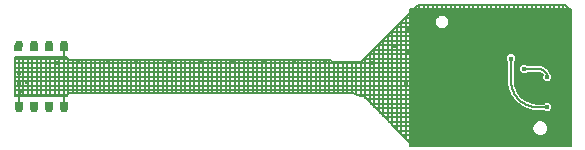
<source format=gbl>
G75*
%MOIN*%
%OFA0B0*%
%FSLAX25Y25*%
%IPPOS*%
%LPD*%
%AMOC8*
5,1,8,0,0,1.08239X$1,22.5*
%
%ADD10R,0.02992X0.02000*%
%ADD11C,0.03012*%
%ADD12C,0.01587*%
%ADD13C,0.00600*%
D10*
X0057469Y0056661D03*
X0062469Y0056661D03*
X0067469Y0056742D03*
X0072469Y0056661D03*
X0072469Y0075539D03*
X0067469Y0075539D03*
X0062469Y0075539D03*
X0057430Y0075539D03*
D11*
X0057476Y0055667D03*
X0062476Y0055667D03*
X0067476Y0055667D03*
X0072476Y0055667D03*
X0072476Y0076533D03*
X0067476Y0076533D03*
X0062476Y0076533D03*
X0057476Y0076533D03*
D12*
X0070750Y0070700D03*
X0077250Y0071100D03*
X0087250Y0071100D03*
X0096750Y0071100D03*
X0107750Y0071100D03*
X0118250Y0071100D03*
X0128750Y0071100D03*
X0139150Y0071100D03*
X0149250Y0071100D03*
X0159550Y0071100D03*
X0175250Y0070700D03*
X0182750Y0076200D03*
X0188250Y0075200D03*
X0192250Y0079200D03*
X0195750Y0075700D03*
X0203250Y0074500D03*
X0207250Y0079200D03*
X0212950Y0074600D03*
X0218850Y0074700D03*
X0221650Y0072100D03*
X0226650Y0071900D03*
X0225950Y0068600D03*
X0223550Y0066200D03*
X0218250Y0065700D03*
X0207250Y0066200D03*
X0198750Y0066200D03*
X0186550Y0063800D03*
X0198750Y0055700D03*
X0207250Y0055200D03*
X0215250Y0055300D03*
X0222750Y0054200D03*
X0233750Y0055900D03*
X0231250Y0062200D03*
X0233750Y0065900D03*
X0230250Y0079200D03*
X0221250Y0079200D03*
X0187750Y0081700D03*
X0060250Y0064200D03*
X0057750Y0063700D03*
X0057750Y0067200D03*
D13*
X0056250Y0067600D02*
X0220450Y0067600D01*
X0220450Y0067503D02*
X0188050Y0067503D01*
X0188050Y0066905D02*
X0220450Y0066905D01*
X0220450Y0066306D02*
X0188050Y0066306D01*
X0188050Y0065708D02*
X0220450Y0065708D01*
X0220450Y0066100D02*
X0056250Y0066100D01*
X0056250Y0064600D02*
X0220450Y0064600D01*
X0220450Y0064511D02*
X0188050Y0064511D01*
X0188050Y0065109D02*
X0220450Y0065109D01*
X0220450Y0063912D02*
X0188050Y0063912D01*
X0188050Y0063314D02*
X0220450Y0063314D01*
X0220450Y0063116D02*
X0221429Y0060104D01*
X0221429Y0060103D01*
X0223291Y0057541D01*
X0225853Y0055679D01*
X0225854Y0055679D01*
X0228866Y0054700D01*
X0232555Y0054700D01*
X0233048Y0054206D01*
X0234452Y0054206D01*
X0235444Y0055198D01*
X0235444Y0056602D01*
X0234452Y0057594D01*
X0233048Y0057594D01*
X0232555Y0057100D01*
X0230450Y0057100D01*
X0229261Y0057194D01*
X0227000Y0057928D01*
X0225076Y0059326D01*
X0223678Y0061250D01*
X0222944Y0063511D01*
X0222850Y0064700D01*
X0222850Y0070905D01*
X0223344Y0071398D01*
X0223344Y0072802D01*
X0222352Y0073794D01*
X0220948Y0073794D01*
X0219956Y0072802D01*
X0219956Y0071398D01*
X0220450Y0070905D01*
X0220450Y0063116D01*
X0221429Y0060104D01*
X0223291Y0057541D01*
X0223291Y0057541D01*
X0223291Y0057541D01*
X0223291Y0057541D01*
X0225853Y0055679D01*
X0225854Y0055679D01*
X0228866Y0054700D01*
X0232555Y0054700D01*
X0233048Y0054206D01*
X0234452Y0054206D01*
X0235444Y0055198D01*
X0235444Y0056602D01*
X0234452Y0057594D01*
X0233048Y0057594D01*
X0232555Y0057100D01*
X0230450Y0057100D01*
X0229261Y0057194D01*
X0227000Y0057928D01*
X0225076Y0059326D01*
X0223678Y0061250D01*
X0222944Y0063511D01*
X0222850Y0064700D01*
X0222850Y0070905D01*
X0223344Y0071398D01*
X0223344Y0072802D01*
X0222352Y0073794D01*
X0220948Y0073794D01*
X0219956Y0072802D01*
X0219956Y0071398D01*
X0220450Y0070905D01*
X0220450Y0063116D01*
X0220455Y0063100D02*
X0056250Y0063100D01*
X0056250Y0061600D02*
X0220943Y0061600D01*
X0220969Y0061518D02*
X0188050Y0061518D01*
X0188050Y0060920D02*
X0221164Y0060920D01*
X0221050Y0061270D02*
X0221050Y0043100D01*
X0219550Y0043100D02*
X0219550Y0090100D01*
X0218050Y0090100D02*
X0218050Y0043100D01*
X0216550Y0043100D02*
X0216550Y0090100D01*
X0215050Y0090100D02*
X0215050Y0043100D01*
X0213550Y0043100D02*
X0213550Y0090100D01*
X0212050Y0090100D02*
X0212050Y0043100D01*
X0210550Y0043100D02*
X0210550Y0090100D01*
X0209050Y0090100D02*
X0209050Y0043100D01*
X0207550Y0043100D02*
X0207550Y0090100D01*
X0206050Y0090100D02*
X0206050Y0043100D01*
X0204550Y0043100D02*
X0204550Y0090100D01*
X0203050Y0090100D02*
X0203050Y0043100D01*
X0201550Y0043100D02*
X0201550Y0090100D01*
X0200050Y0090100D02*
X0200050Y0086190D01*
X0200183Y0086057D02*
X0241550Y0086057D01*
X0241550Y0085600D02*
X0200640Y0085600D01*
X0200781Y0085459D02*
X0241550Y0085459D01*
X0241550Y0084860D02*
X0200989Y0084860D01*
X0200989Y0085251D02*
X0199655Y0086585D01*
X0197768Y0086585D01*
X0196433Y0085251D01*
X0196433Y0083364D01*
X0197768Y0082029D01*
X0199655Y0082029D01*
X0200989Y0083364D01*
X0200989Y0085251D01*
X0199655Y0086585D01*
X0197768Y0086585D01*
X0196433Y0085251D01*
X0196433Y0083364D01*
X0197768Y0082029D01*
X0199655Y0082029D01*
X0200989Y0083364D01*
X0200989Y0085251D01*
X0200989Y0084262D02*
X0241550Y0084262D01*
X0241550Y0084100D02*
X0200989Y0084100D01*
X0200989Y0083663D02*
X0241550Y0083663D01*
X0241550Y0083065D02*
X0200690Y0083065D01*
X0200226Y0082600D02*
X0241550Y0082600D01*
X0241550Y0082466D02*
X0200092Y0082466D01*
X0200050Y0082424D02*
X0200050Y0043100D01*
X0198550Y0043100D02*
X0198550Y0082029D01*
X0197331Y0082466D02*
X0188050Y0082466D01*
X0188050Y0081868D02*
X0241550Y0081868D01*
X0241550Y0081269D02*
X0188050Y0081269D01*
X0188050Y0080670D02*
X0241550Y0080670D01*
X0241550Y0081100D02*
X0181550Y0081100D01*
X0182050Y0081600D02*
X0182050Y0050100D01*
X0182550Y0049600D02*
X0228798Y0049600D01*
X0228776Y0049548D02*
X0188050Y0049548D01*
X0188050Y0050146D02*
X0229024Y0050146D01*
X0229124Y0050387D02*
X0228717Y0049405D01*
X0228717Y0048343D01*
X0229124Y0047361D01*
X0229875Y0046609D01*
X0230857Y0046202D01*
X0231920Y0046202D01*
X0232902Y0046609D01*
X0233653Y0047361D01*
X0234060Y0048343D01*
X0234060Y0049405D01*
X0233653Y0050387D01*
X0232902Y0051139D01*
X0231920Y0051546D01*
X0230857Y0051546D01*
X0229875Y0051139D01*
X0229124Y0050387D01*
X0228717Y0049405D01*
X0228717Y0048343D01*
X0229124Y0047361D01*
X0229875Y0046609D01*
X0230857Y0046202D01*
X0231920Y0046202D01*
X0232902Y0046609D01*
X0233653Y0047361D01*
X0234060Y0048343D01*
X0234060Y0049405D01*
X0233653Y0050387D01*
X0232902Y0051139D01*
X0231920Y0051546D01*
X0230857Y0051546D01*
X0229875Y0051139D01*
X0229124Y0050387D01*
X0229481Y0050745D02*
X0188050Y0050745D01*
X0188050Y0051343D02*
X0230369Y0051343D01*
X0230050Y0051211D02*
X0230050Y0054700D01*
X0230450Y0055900D02*
X0233750Y0055900D01*
X0234945Y0057100D02*
X0241550Y0057100D01*
X0241550Y0057329D02*
X0234717Y0057329D01*
X0234550Y0057495D02*
X0234550Y0064305D01*
X0234452Y0064206D02*
X0235444Y0065198D01*
X0235444Y0066602D01*
X0234745Y0067300D01*
X0233905Y0068755D01*
X0233905Y0068755D01*
X0233905Y0068755D01*
X0233905Y0068755D01*
X0233905Y0068755D01*
X0232095Y0069800D01*
X0227145Y0069800D01*
X0226652Y0070294D01*
X0225248Y0070294D01*
X0224256Y0069302D01*
X0224256Y0067898D01*
X0225248Y0066906D01*
X0226652Y0066906D01*
X0227145Y0067400D01*
X0231050Y0067400D01*
X0231438Y0067349D01*
X0232111Y0066961D01*
X0232222Y0066767D01*
X0232056Y0066602D01*
X0232056Y0065198D01*
X0233048Y0064206D01*
X0234452Y0064206D01*
X0235444Y0065198D01*
X0235444Y0066602D01*
X0234745Y0067300D01*
X0233905Y0068755D01*
X0232095Y0069800D01*
X0227145Y0069800D01*
X0226652Y0070294D01*
X0225248Y0070294D01*
X0224256Y0069302D01*
X0224256Y0067898D01*
X0225248Y0066906D01*
X0226652Y0066906D01*
X0227145Y0067400D01*
X0231050Y0067400D01*
X0231438Y0067349D01*
X0232111Y0066961D01*
X0232222Y0066767D01*
X0232056Y0066602D01*
X0232056Y0065198D01*
X0233048Y0064206D01*
X0234452Y0064206D01*
X0234756Y0064511D02*
X0241550Y0064511D01*
X0241550Y0064600D02*
X0234845Y0064600D01*
X0235354Y0065109D02*
X0241550Y0065109D01*
X0241550Y0065708D02*
X0235444Y0065708D01*
X0235444Y0066100D02*
X0241550Y0066100D01*
X0241550Y0066306D02*
X0235444Y0066306D01*
X0235141Y0066905D02*
X0241550Y0066905D01*
X0241550Y0067503D02*
X0234628Y0067503D01*
X0234572Y0067600D02*
X0241550Y0067600D01*
X0241550Y0068102D02*
X0234282Y0068102D01*
X0234550Y0067638D02*
X0234550Y0090100D01*
X0233050Y0090100D02*
X0233050Y0069249D01*
X0232963Y0069299D02*
X0241550Y0069299D01*
X0241550Y0069100D02*
X0233307Y0069100D01*
X0233937Y0068700D02*
X0241550Y0068700D01*
X0241550Y0069897D02*
X0227048Y0069897D01*
X0227050Y0069895D02*
X0227050Y0090100D01*
X0225550Y0090100D02*
X0225550Y0070294D01*
X0224852Y0069897D02*
X0222850Y0069897D01*
X0222850Y0069299D02*
X0224256Y0069299D01*
X0224256Y0069100D02*
X0222850Y0069100D01*
X0222850Y0068700D02*
X0224256Y0068700D01*
X0224256Y0068102D02*
X0222850Y0068102D01*
X0222850Y0067600D02*
X0224555Y0067600D01*
X0224652Y0067503D02*
X0222850Y0067503D01*
X0222850Y0066905D02*
X0232143Y0066905D01*
X0232056Y0066306D02*
X0222850Y0066306D01*
X0222850Y0066100D02*
X0232056Y0066100D01*
X0232056Y0065708D02*
X0222850Y0065708D01*
X0222850Y0065109D02*
X0232146Y0065109D01*
X0232655Y0064600D02*
X0222858Y0064600D01*
X0222865Y0064511D02*
X0232744Y0064511D01*
X0233050Y0064206D02*
X0233050Y0057594D01*
X0232783Y0057329D02*
X0228846Y0057329D01*
X0228550Y0057425D02*
X0228550Y0067400D01*
X0230050Y0067400D02*
X0230050Y0057131D01*
X0230450Y0057100D02*
X0232555Y0057100D01*
X0231550Y0057100D02*
X0231550Y0067284D01*
X0231050Y0068600D02*
X0225950Y0068600D01*
X0227050Y0067305D02*
X0227050Y0057912D01*
X0227004Y0057927D02*
X0241550Y0057927D01*
X0241550Y0058526D02*
X0226178Y0058526D01*
X0226075Y0058600D02*
X0241550Y0058600D01*
X0241550Y0059124D02*
X0225354Y0059124D01*
X0225550Y0058982D02*
X0225550Y0066906D01*
X0228550Y0069800D02*
X0228550Y0090100D01*
X0230050Y0090100D02*
X0230050Y0069800D01*
X0231550Y0069800D02*
X0231550Y0090100D01*
X0236050Y0090100D02*
X0236050Y0043100D01*
X0234550Y0043100D02*
X0234550Y0054305D01*
X0234581Y0054336D02*
X0241550Y0054336D01*
X0241550Y0054100D02*
X0178050Y0054100D01*
X0177550Y0054600D02*
X0177550Y0077100D01*
X0177050Y0076600D02*
X0241550Y0076600D01*
X0241550Y0076481D02*
X0188050Y0076481D01*
X0188050Y0077079D02*
X0241550Y0077079D01*
X0241550Y0077678D02*
X0188050Y0077678D01*
X0188050Y0078276D02*
X0241550Y0078276D01*
X0241550Y0078100D02*
X0178550Y0078100D01*
X0179050Y0078600D02*
X0179050Y0053100D01*
X0179550Y0052600D02*
X0241550Y0052600D01*
X0241550Y0052540D02*
X0188050Y0052540D01*
X0188050Y0051942D02*
X0241550Y0051942D01*
X0241550Y0051343D02*
X0232408Y0051343D01*
X0232941Y0051100D02*
X0241550Y0051100D01*
X0241550Y0050745D02*
X0233296Y0050745D01*
X0233050Y0050991D02*
X0233050Y0054206D01*
X0232919Y0054336D02*
X0188050Y0054336D01*
X0188050Y0054934D02*
X0228144Y0054934D01*
X0228550Y0054803D02*
X0228550Y0043100D01*
X0227050Y0043100D02*
X0227050Y0055290D01*
X0226302Y0055533D02*
X0188050Y0055533D01*
X0188050Y0056132D02*
X0225230Y0056132D01*
X0225550Y0055899D02*
X0225550Y0043100D01*
X0224050Y0043100D02*
X0224050Y0056989D01*
X0223897Y0057100D02*
X0175050Y0057100D01*
X0174550Y0057600D02*
X0174550Y0074100D01*
X0174050Y0073600D02*
X0220755Y0073600D01*
X0220643Y0073488D02*
X0188050Y0073488D01*
X0188050Y0072890D02*
X0220045Y0072890D01*
X0219956Y0072291D02*
X0188050Y0072291D01*
X0188050Y0071693D02*
X0219956Y0071693D01*
X0219956Y0072100D02*
X0172550Y0072100D01*
X0173050Y0072600D02*
X0173050Y0059100D01*
X0173550Y0058600D02*
X0222521Y0058600D01*
X0222550Y0058560D02*
X0222550Y0043100D01*
X0230050Y0043100D02*
X0230050Y0046537D01*
X0230005Y0046555D02*
X0188050Y0046555D01*
X0188050Y0045957D02*
X0241550Y0045957D01*
X0241550Y0046555D02*
X0232772Y0046555D01*
X0232880Y0046600D02*
X0241550Y0046600D01*
X0241550Y0047154D02*
X0233447Y0047154D01*
X0233050Y0046757D02*
X0233050Y0043100D01*
X0231550Y0043100D02*
X0231550Y0046202D01*
X0229897Y0046600D02*
X0185550Y0046600D01*
X0185050Y0047100D02*
X0185050Y0084600D01*
X0184550Y0084100D02*
X0196433Y0084100D01*
X0196433Y0084262D02*
X0188050Y0084262D01*
X0188050Y0084860D02*
X0196433Y0084860D01*
X0196641Y0085459D02*
X0188050Y0085459D01*
X0188050Y0086057D02*
X0197240Y0086057D01*
X0197050Y0085867D02*
X0197050Y0090100D01*
X0195550Y0090100D02*
X0195550Y0043100D01*
X0194050Y0043100D02*
X0194050Y0090100D01*
X0192550Y0090100D02*
X0192550Y0043100D01*
X0191050Y0043100D02*
X0191050Y0090100D01*
X0190550Y0090100D02*
X0239550Y0090100D01*
X0241550Y0088100D01*
X0241550Y0043100D01*
X0188088Y0043100D01*
X0188050Y0043130D01*
X0188050Y0088600D01*
X0241550Y0088600D01*
X0241550Y0043100D01*
X0189050Y0043100D01*
X0172550Y0059600D01*
X0171460Y0059600D01*
X0171409Y0059649D01*
X0168811Y0060698D01*
X0168811Y0060698D01*
X0167432Y0060698D01*
X0074238Y0060698D01*
X0073535Y0059995D01*
X0073535Y0059600D01*
X0056250Y0059600D01*
X0056250Y0072600D01*
X0073535Y0072600D01*
X0073535Y0072386D01*
X0074238Y0071683D01*
X0161467Y0071683D01*
X0162050Y0071100D01*
X0171550Y0071100D01*
X0171550Y0059600D01*
X0171409Y0059649D02*
X0171409Y0059649D01*
X0170291Y0060100D02*
X0221431Y0060100D01*
X0221358Y0060321D02*
X0188050Y0060321D01*
X0188050Y0059723D02*
X0221706Y0059723D01*
X0222140Y0059124D02*
X0188050Y0059124D01*
X0188050Y0058526D02*
X0222575Y0058526D01*
X0223010Y0057927D02*
X0188050Y0057927D01*
X0188050Y0057329D02*
X0223583Y0057329D01*
X0224407Y0056730D02*
X0188050Y0056730D01*
X0188050Y0053737D02*
X0241550Y0053737D01*
X0241550Y0053139D02*
X0188050Y0053139D01*
X0181050Y0051100D02*
X0229836Y0051100D01*
X0231550Y0051546D02*
X0231550Y0054700D01*
X0235180Y0054934D02*
X0241550Y0054934D01*
X0241550Y0055533D02*
X0235444Y0055533D01*
X0235444Y0055600D02*
X0241550Y0055600D01*
X0241550Y0056132D02*
X0235444Y0056132D01*
X0235315Y0056730D02*
X0241550Y0056730D01*
X0241550Y0059723D02*
X0224788Y0059723D01*
X0224514Y0060100D02*
X0241550Y0060100D01*
X0241550Y0060321D02*
X0224353Y0060321D01*
X0224050Y0060738D02*
X0224050Y0090100D01*
X0222550Y0090100D02*
X0222550Y0073595D01*
X0222545Y0073600D02*
X0241550Y0073600D01*
X0241550Y0073488D02*
X0222657Y0073488D01*
X0223255Y0072890D02*
X0241550Y0072890D01*
X0241550Y0072291D02*
X0223344Y0072291D01*
X0223344Y0072100D02*
X0241550Y0072100D01*
X0241550Y0071693D02*
X0223344Y0071693D01*
X0223040Y0071094D02*
X0241550Y0071094D01*
X0241550Y0070600D02*
X0222850Y0070600D01*
X0222850Y0070496D02*
X0241550Y0070496D01*
X0241550Y0074087D02*
X0188050Y0074087D01*
X0188050Y0074685D02*
X0241550Y0074685D01*
X0241550Y0075100D02*
X0175550Y0075100D01*
X0176050Y0075600D02*
X0176050Y0056100D01*
X0176550Y0055600D02*
X0226096Y0055600D01*
X0223918Y0060920D02*
X0241550Y0060920D01*
X0241550Y0061518D02*
X0223591Y0061518D01*
X0223565Y0061600D02*
X0241550Y0061600D01*
X0241550Y0062117D02*
X0223397Y0062117D01*
X0223202Y0062715D02*
X0241550Y0062715D01*
X0241550Y0063100D02*
X0223077Y0063100D01*
X0223008Y0063314D02*
X0241550Y0063314D01*
X0241550Y0063912D02*
X0222912Y0063912D01*
X0221650Y0064700D02*
X0221650Y0072100D01*
X0220260Y0071094D02*
X0188050Y0071094D01*
X0188050Y0070496D02*
X0220450Y0070496D01*
X0220450Y0070600D02*
X0056250Y0070600D01*
X0056250Y0069100D02*
X0220450Y0069100D01*
X0220450Y0069299D02*
X0188050Y0069299D01*
X0188050Y0069897D02*
X0220450Y0069897D01*
X0220450Y0068700D02*
X0188050Y0068700D01*
X0188050Y0068102D02*
X0220450Y0068102D01*
X0220580Y0062715D02*
X0188050Y0062715D01*
X0188050Y0062117D02*
X0220775Y0062117D01*
X0221650Y0064700D02*
X0221653Y0064487D01*
X0221660Y0064275D01*
X0221673Y0064063D01*
X0221691Y0063851D01*
X0221714Y0063639D01*
X0221742Y0063428D01*
X0221776Y0063218D01*
X0221814Y0063009D01*
X0221857Y0062801D01*
X0221906Y0062594D01*
X0221959Y0062388D01*
X0222017Y0062184D01*
X0222081Y0061981D01*
X0222149Y0061779D01*
X0222222Y0061579D01*
X0222300Y0061382D01*
X0222382Y0061186D01*
X0222470Y0060992D01*
X0222561Y0060800D01*
X0222658Y0060610D01*
X0222759Y0060423D01*
X0222865Y0060239D01*
X0222975Y0060057D01*
X0223089Y0059877D01*
X0223208Y0059701D01*
X0223331Y0059527D01*
X0223458Y0059357D01*
X0223589Y0059190D01*
X0223724Y0059025D01*
X0223863Y0058865D01*
X0224006Y0058707D01*
X0224153Y0058553D01*
X0224303Y0058403D01*
X0224457Y0058256D01*
X0224615Y0058113D01*
X0224775Y0057974D01*
X0224940Y0057839D01*
X0225107Y0057708D01*
X0225277Y0057581D01*
X0225451Y0057458D01*
X0225627Y0057339D01*
X0225807Y0057225D01*
X0225989Y0057115D01*
X0226173Y0057009D01*
X0226360Y0056908D01*
X0226550Y0056811D01*
X0226742Y0056720D01*
X0226936Y0056632D01*
X0227132Y0056550D01*
X0227329Y0056472D01*
X0227529Y0056399D01*
X0227731Y0056331D01*
X0227934Y0056267D01*
X0228138Y0056209D01*
X0228344Y0056156D01*
X0228551Y0056107D01*
X0228759Y0056064D01*
X0228968Y0056026D01*
X0229178Y0055992D01*
X0229389Y0055964D01*
X0229601Y0055941D01*
X0229813Y0055923D01*
X0230025Y0055910D01*
X0230237Y0055903D01*
X0230450Y0055900D01*
X0233753Y0050146D02*
X0241550Y0050146D01*
X0241550Y0049600D02*
X0233980Y0049600D01*
X0234001Y0049548D02*
X0241550Y0049548D01*
X0241550Y0048949D02*
X0234060Y0048949D01*
X0234060Y0048351D02*
X0241550Y0048351D01*
X0241550Y0048100D02*
X0233960Y0048100D01*
X0233816Y0047752D02*
X0241550Y0047752D01*
X0241550Y0045358D02*
X0188050Y0045358D01*
X0188050Y0044760D02*
X0241550Y0044760D01*
X0241550Y0045100D02*
X0187050Y0045100D01*
X0186550Y0045600D02*
X0186550Y0086100D01*
X0186050Y0085600D02*
X0196783Y0085600D01*
X0196433Y0083663D02*
X0188050Y0083663D01*
X0188050Y0083065D02*
X0196732Y0083065D01*
X0197050Y0082747D02*
X0197050Y0043100D01*
X0189550Y0043100D02*
X0189550Y0089100D01*
X0189050Y0088600D02*
X0241050Y0088600D01*
X0241550Y0088451D02*
X0188050Y0088451D01*
X0188050Y0087853D02*
X0241550Y0087853D01*
X0241550Y0087254D02*
X0188050Y0087254D01*
X0188050Y0087600D02*
X0188050Y0044100D01*
X0188050Y0044161D02*
X0241550Y0044161D01*
X0241550Y0043600D02*
X0188550Y0043600D01*
X0188050Y0043563D02*
X0241550Y0043563D01*
X0240550Y0043100D02*
X0240550Y0089100D01*
X0239050Y0090100D02*
X0239050Y0043100D01*
X0237550Y0043100D02*
X0237550Y0090100D01*
X0241550Y0087100D02*
X0187550Y0087100D01*
X0188050Y0086656D02*
X0241550Y0086656D01*
X0241550Y0080072D02*
X0188050Y0080072D01*
X0188050Y0079473D02*
X0241550Y0079473D01*
X0241550Y0079600D02*
X0180050Y0079600D01*
X0180550Y0080100D02*
X0180550Y0051600D01*
X0183550Y0048600D02*
X0183550Y0083100D01*
X0183050Y0082600D02*
X0197197Y0082600D01*
X0198550Y0086585D02*
X0198550Y0090100D01*
X0190550Y0090100D02*
X0171550Y0071100D01*
X0170050Y0071100D02*
X0170050Y0060197D01*
X0168550Y0060698D02*
X0168550Y0071100D01*
X0167050Y0071100D02*
X0167050Y0060698D01*
X0165550Y0060698D02*
X0165550Y0071100D01*
X0164050Y0071100D02*
X0164050Y0060698D01*
X0162550Y0060698D02*
X0162550Y0071100D01*
X0161050Y0071683D02*
X0161050Y0060698D01*
X0159550Y0060698D02*
X0159550Y0071683D01*
X0158050Y0071683D02*
X0158050Y0060698D01*
X0156550Y0060698D02*
X0156550Y0071683D01*
X0155050Y0071683D02*
X0155050Y0060698D01*
X0153550Y0060698D02*
X0153550Y0071683D01*
X0152050Y0071683D02*
X0152050Y0060698D01*
X0150550Y0060698D02*
X0150550Y0071683D01*
X0149050Y0071683D02*
X0149050Y0060698D01*
X0147550Y0060698D02*
X0147550Y0071683D01*
X0146050Y0071683D02*
X0146050Y0060698D01*
X0144550Y0060698D02*
X0144550Y0071683D01*
X0143050Y0071683D02*
X0143050Y0060698D01*
X0141550Y0060698D02*
X0141550Y0071683D01*
X0140050Y0071683D02*
X0140050Y0060698D01*
X0138550Y0060698D02*
X0138550Y0071683D01*
X0137050Y0071683D02*
X0137050Y0060698D01*
X0135550Y0060698D02*
X0135550Y0071683D01*
X0134050Y0071683D02*
X0134050Y0060698D01*
X0132550Y0060698D02*
X0132550Y0071683D01*
X0131050Y0071683D02*
X0131050Y0060698D01*
X0129550Y0060698D02*
X0129550Y0071683D01*
X0128050Y0071683D02*
X0128050Y0060698D01*
X0126550Y0060698D02*
X0126550Y0071683D01*
X0125050Y0071683D02*
X0125050Y0060698D01*
X0123550Y0060698D02*
X0123550Y0071683D01*
X0122050Y0071683D02*
X0122050Y0060698D01*
X0120550Y0060698D02*
X0120550Y0071683D01*
X0119050Y0071683D02*
X0119050Y0060698D01*
X0117550Y0060698D02*
X0117550Y0071683D01*
X0116050Y0071683D02*
X0116050Y0060698D01*
X0114550Y0060698D02*
X0114550Y0071683D01*
X0113050Y0071683D02*
X0113050Y0060698D01*
X0111550Y0060698D02*
X0111550Y0071683D01*
X0110050Y0071683D02*
X0110050Y0060698D01*
X0108550Y0060698D02*
X0108550Y0071683D01*
X0107050Y0071683D02*
X0107050Y0060698D01*
X0105550Y0060698D02*
X0105550Y0071683D01*
X0104050Y0071683D02*
X0104050Y0060698D01*
X0102550Y0060698D02*
X0102550Y0071683D01*
X0101050Y0071683D02*
X0101050Y0060698D01*
X0099550Y0060698D02*
X0099550Y0071683D01*
X0098050Y0071683D02*
X0098050Y0060698D01*
X0096550Y0060698D02*
X0096550Y0071683D01*
X0095050Y0071683D02*
X0095050Y0060698D01*
X0093550Y0060698D02*
X0093550Y0071683D01*
X0092050Y0071683D02*
X0092050Y0060698D01*
X0090550Y0060698D02*
X0090550Y0071683D01*
X0089050Y0071683D02*
X0089050Y0060698D01*
X0087550Y0060698D02*
X0087550Y0071683D01*
X0086050Y0071683D02*
X0086050Y0060698D01*
X0084550Y0060698D02*
X0084550Y0071683D01*
X0083050Y0071683D02*
X0083050Y0060698D01*
X0081550Y0060698D02*
X0081550Y0071683D01*
X0080050Y0071683D02*
X0080050Y0060698D01*
X0078550Y0060698D02*
X0078550Y0071683D01*
X0077050Y0071683D02*
X0077050Y0060698D01*
X0075550Y0060698D02*
X0075550Y0071683D01*
X0074050Y0071871D02*
X0074050Y0060510D01*
X0073640Y0060100D02*
X0056250Y0060100D01*
X0057476Y0060126D02*
X0058850Y0061500D01*
X0072476Y0061500D01*
X0072476Y0074932D01*
X0072469Y0075539D01*
X0072476Y0074945D01*
X0072469Y0075539D01*
X0067476Y0075532D02*
X0067476Y0074945D01*
X0067469Y0075539D01*
X0067476Y0075532D01*
X0068050Y0072600D02*
X0068050Y0059600D01*
X0066550Y0059600D02*
X0066550Y0072600D01*
X0065050Y0072600D02*
X0065050Y0059600D01*
X0063550Y0059600D02*
X0063550Y0072600D01*
X0062050Y0072600D02*
X0062050Y0059600D01*
X0060550Y0059600D02*
X0060550Y0072600D01*
X0059050Y0072600D02*
X0059050Y0059600D01*
X0057550Y0059600D02*
X0057550Y0072600D01*
X0056250Y0072100D02*
X0073821Y0072100D01*
X0072550Y0072600D02*
X0072550Y0059600D01*
X0071050Y0059600D02*
X0071050Y0072600D01*
X0069550Y0072600D02*
X0069550Y0059600D01*
X0072476Y0061500D02*
X0072469Y0056661D01*
X0072476Y0057255D01*
X0072469Y0056661D01*
X0067469Y0056742D02*
X0067476Y0057336D01*
X0067469Y0056742D01*
X0062469Y0056661D02*
X0062469Y0055673D01*
X0057469Y0056661D02*
X0057476Y0057255D01*
X0057476Y0060126D01*
X0057476Y0057255D02*
X0057469Y0056661D01*
X0057430Y0075525D02*
X0057430Y0075539D01*
X0057462Y0075570D01*
X0057476Y0075570D01*
X0057430Y0075525D01*
X0057430Y0075539D02*
X0057476Y0075570D01*
X0062469Y0075539D02*
X0062476Y0075532D01*
X0062476Y0074945D01*
X0062469Y0075539D01*
X0184050Y0048100D02*
X0228817Y0048100D01*
X0228717Y0048351D02*
X0188050Y0048351D01*
X0188050Y0048949D02*
X0228717Y0048949D01*
X0228961Y0047752D02*
X0188050Y0047752D01*
X0188050Y0047154D02*
X0229330Y0047154D01*
X0233750Y0065900D02*
X0233748Y0066001D01*
X0233742Y0066102D01*
X0233733Y0066202D01*
X0233720Y0066302D01*
X0233703Y0066402D01*
X0233682Y0066501D01*
X0233658Y0066599D01*
X0233630Y0066696D01*
X0233598Y0066792D01*
X0233563Y0066886D01*
X0233525Y0066980D01*
X0233483Y0067071D01*
X0233437Y0067162D01*
X0233388Y0067250D01*
X0233336Y0067336D01*
X0233281Y0067421D01*
X0233222Y0067503D01*
X0233161Y0067583D01*
X0233097Y0067661D01*
X0233029Y0067736D01*
X0232959Y0067809D01*
X0232886Y0067879D01*
X0232811Y0067947D01*
X0232733Y0068011D01*
X0232653Y0068072D01*
X0232571Y0068131D01*
X0232486Y0068186D01*
X0232400Y0068238D01*
X0232312Y0068287D01*
X0232221Y0068333D01*
X0232130Y0068375D01*
X0232036Y0068413D01*
X0231942Y0068448D01*
X0231846Y0068480D01*
X0231749Y0068508D01*
X0231651Y0068532D01*
X0231552Y0068553D01*
X0231452Y0068570D01*
X0231352Y0068583D01*
X0231252Y0068592D01*
X0231151Y0068598D01*
X0231050Y0068600D01*
X0221050Y0073794D02*
X0221050Y0090100D01*
X0241550Y0078875D02*
X0188050Y0078875D01*
X0188050Y0075882D02*
X0241550Y0075882D01*
X0241550Y0075284D02*
X0188050Y0075284D01*
X0188250Y0075200D02*
X0186550Y0073500D01*
X0186550Y0063800D01*
M02*

</source>
